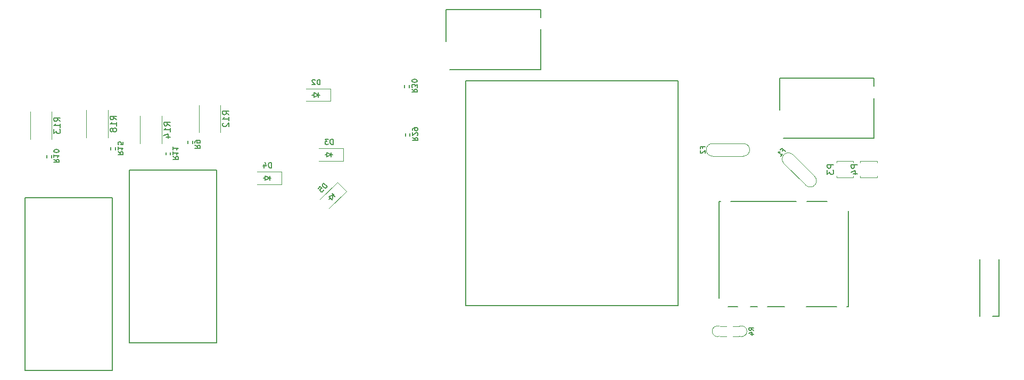
<source format=gbo>
G04 #@! TF.GenerationSoftware,KiCad,Pcbnew,7.0.9-7.0.9~ubuntu22.04.1*
G04 #@! TF.CreationDate,2023-12-28T21:10:10+00:00*
G04 #@! TF.ProjectId,uaeficopiedtovfr,75616566-6963-46f7-9069-6564746f7666,rev?*
G04 #@! TF.SameCoordinates,Original*
G04 #@! TF.FileFunction,Legend,Bot*
G04 #@! TF.FilePolarity,Positive*
%FSLAX46Y46*%
G04 Gerber Fmt 4.6, Leading zero omitted, Abs format (unit mm)*
G04 Created by KiCad (PCBNEW 7.0.9-7.0.9~ubuntu22.04.1) date 2023-12-28 21:10:10*
%MOMM*%
%LPD*%
G01*
G04 APERTURE LIST*
%ADD10C,0.127000*%
%ADD11C,0.150000*%
%ADD12C,0.170000*%
%ADD13C,0.099060*%
%ADD14C,0.120000*%
%ADD15C,0.200000*%
%ADD16C,0.203200*%
G04 APERTURE END LIST*
D10*
X120045911Y15402000D02*
X119683054Y15656000D01*
X120045911Y15837429D02*
X119283911Y15837429D01*
X119283911Y15837429D02*
X119283911Y15547143D01*
X119283911Y15547143D02*
X119320197Y15474572D01*
X119320197Y15474572D02*
X119356483Y15438286D01*
X119356483Y15438286D02*
X119429054Y15402000D01*
X119429054Y15402000D02*
X119537911Y15402000D01*
X119537911Y15402000D02*
X119610483Y15438286D01*
X119610483Y15438286D02*
X119646768Y15474572D01*
X119646768Y15474572D02*
X119683054Y15547143D01*
X119683054Y15547143D02*
X119683054Y15837429D01*
X119537911Y14748857D02*
X120045911Y14748857D01*
X119247626Y14930286D02*
X119791911Y15111715D01*
X119791911Y15111715D02*
X119791911Y14640000D01*
D11*
X132754819Y41813095D02*
X131754819Y41813095D01*
X131754819Y41813095D02*
X131754819Y41432143D01*
X131754819Y41432143D02*
X131802438Y41336905D01*
X131802438Y41336905D02*
X131850057Y41289286D01*
X131850057Y41289286D02*
X131945295Y41241667D01*
X131945295Y41241667D02*
X132088152Y41241667D01*
X132088152Y41241667D02*
X132183390Y41289286D01*
X132183390Y41289286D02*
X132231009Y41336905D01*
X132231009Y41336905D02*
X132278628Y41432143D01*
X132278628Y41432143D02*
X132278628Y41813095D01*
X131754819Y40908333D02*
X131754819Y40289286D01*
X131754819Y40289286D02*
X132135771Y40622619D01*
X132135771Y40622619D02*
X132135771Y40479762D01*
X132135771Y40479762D02*
X132183390Y40384524D01*
X132183390Y40384524D02*
X132231009Y40336905D01*
X132231009Y40336905D02*
X132326247Y40289286D01*
X132326247Y40289286D02*
X132564342Y40289286D01*
X132564342Y40289286D02*
X132659580Y40336905D01*
X132659580Y40336905D02*
X132707200Y40384524D01*
X132707200Y40384524D02*
X132754819Y40479762D01*
X132754819Y40479762D02*
X132754819Y40765476D01*
X132754819Y40765476D02*
X132707200Y40860714D01*
X132707200Y40860714D02*
X132659580Y40908333D01*
X136534819Y41813095D02*
X135534819Y41813095D01*
X135534819Y41813095D02*
X135534819Y41432143D01*
X135534819Y41432143D02*
X135582438Y41336905D01*
X135582438Y41336905D02*
X135630057Y41289286D01*
X135630057Y41289286D02*
X135725295Y41241667D01*
X135725295Y41241667D02*
X135868152Y41241667D01*
X135868152Y41241667D02*
X135963390Y41289286D01*
X135963390Y41289286D02*
X136011009Y41336905D01*
X136011009Y41336905D02*
X136058628Y41432143D01*
X136058628Y41432143D02*
X136058628Y41813095D01*
X135868152Y40384524D02*
X136534819Y40384524D01*
X135487200Y40622619D02*
X136201485Y40860714D01*
X136201485Y40860714D02*
X136201485Y40241667D01*
D10*
X111896768Y44429000D02*
X111896768Y44683000D01*
X112295911Y44683000D02*
X111533911Y44683000D01*
X111533911Y44683000D02*
X111533911Y44320143D01*
X111606483Y44066143D02*
X111570197Y44029857D01*
X111570197Y44029857D02*
X111533911Y43957285D01*
X111533911Y43957285D02*
X111533911Y43775857D01*
X111533911Y43775857D02*
X111570197Y43703285D01*
X111570197Y43703285D02*
X111606483Y43667000D01*
X111606483Y43667000D02*
X111679054Y43630714D01*
X111679054Y43630714D02*
X111751626Y43630714D01*
X111751626Y43630714D02*
X111860483Y43667000D01*
X111860483Y43667000D02*
X112295911Y44102428D01*
X112295911Y44102428D02*
X112295911Y43630714D01*
X124613537Y44020672D02*
X124793142Y44200277D01*
X125075379Y43918041D02*
X124536563Y44456856D01*
X124536563Y44456856D02*
X124279985Y44200277D01*
X124331300Y43173962D02*
X124639195Y43481857D01*
X124485248Y43327910D02*
X123946432Y43866725D01*
X123946432Y43866725D02*
X124074722Y43841067D01*
X124074722Y43841067D02*
X124177353Y43841067D01*
X124177353Y43841067D02*
X124254327Y43866725D01*
D11*
X27224819Y48017858D02*
X26748628Y48351191D01*
X27224819Y48589286D02*
X26224819Y48589286D01*
X26224819Y48589286D02*
X26224819Y48208334D01*
X26224819Y48208334D02*
X26272438Y48113096D01*
X26272438Y48113096D02*
X26320057Y48065477D01*
X26320057Y48065477D02*
X26415295Y48017858D01*
X26415295Y48017858D02*
X26558152Y48017858D01*
X26558152Y48017858D02*
X26653390Y48065477D01*
X26653390Y48065477D02*
X26701009Y48113096D01*
X26701009Y48113096D02*
X26748628Y48208334D01*
X26748628Y48208334D02*
X26748628Y48589286D01*
X27224819Y47065477D02*
X27224819Y47636905D01*
X27224819Y47351191D02*
X26224819Y47351191D01*
X26224819Y47351191D02*
X26367676Y47446429D01*
X26367676Y47446429D02*
X26462914Y47541667D01*
X26462914Y47541667D02*
X26510533Y47636905D01*
X26558152Y46208334D02*
X27224819Y46208334D01*
X26177200Y46446429D02*
X26891485Y46684524D01*
X26891485Y46684524D02*
X26891485Y46065477D01*
X36574819Y49767858D02*
X36098628Y50101191D01*
X36574819Y50339286D02*
X35574819Y50339286D01*
X35574819Y50339286D02*
X35574819Y49958334D01*
X35574819Y49958334D02*
X35622438Y49863096D01*
X35622438Y49863096D02*
X35670057Y49815477D01*
X35670057Y49815477D02*
X35765295Y49767858D01*
X35765295Y49767858D02*
X35908152Y49767858D01*
X35908152Y49767858D02*
X36003390Y49815477D01*
X36003390Y49815477D02*
X36051009Y49863096D01*
X36051009Y49863096D02*
X36098628Y49958334D01*
X36098628Y49958334D02*
X36098628Y50339286D01*
X36574819Y48815477D02*
X36574819Y49386905D01*
X36574819Y49101191D02*
X35574819Y49101191D01*
X35574819Y49101191D02*
X35717676Y49196429D01*
X35717676Y49196429D02*
X35812914Y49291667D01*
X35812914Y49291667D02*
X35860533Y49386905D01*
X35670057Y48434524D02*
X35622438Y48386905D01*
X35622438Y48386905D02*
X35574819Y48291667D01*
X35574819Y48291667D02*
X35574819Y48053572D01*
X35574819Y48053572D02*
X35622438Y47958334D01*
X35622438Y47958334D02*
X35670057Y47910715D01*
X35670057Y47910715D02*
X35765295Y47863096D01*
X35765295Y47863096D02*
X35860533Y47863096D01*
X35860533Y47863096D02*
X36003390Y47910715D01*
X36003390Y47910715D02*
X36574819Y48482143D01*
X36574819Y48482143D02*
X36574819Y47863096D01*
D12*
X18913014Y43890093D02*
X19303490Y43616760D01*
X18913014Y43421522D02*
X19733014Y43421522D01*
X19733014Y43421522D02*
X19733014Y43733903D01*
X19733014Y43733903D02*
X19693966Y43811998D01*
X19693966Y43811998D02*
X19654919Y43851045D01*
X19654919Y43851045D02*
X19576823Y43890093D01*
X19576823Y43890093D02*
X19459681Y43890093D01*
X19459681Y43890093D02*
X19381585Y43851045D01*
X19381585Y43851045D02*
X19342538Y43811998D01*
X19342538Y43811998D02*
X19303490Y43733903D01*
X19303490Y43733903D02*
X19303490Y43421522D01*
X18913014Y44671045D02*
X18913014Y44202474D01*
X18913014Y44436760D02*
X19733014Y44436760D01*
X19733014Y44436760D02*
X19615871Y44358664D01*
X19615871Y44358664D02*
X19537776Y44280569D01*
X19537776Y44280569D02*
X19498728Y44202474D01*
X19733014Y45412950D02*
X19733014Y45022474D01*
X19733014Y45022474D02*
X19342538Y44983426D01*
X19342538Y44983426D02*
X19381585Y45022474D01*
X19381585Y45022474D02*
X19420633Y45100569D01*
X19420633Y45100569D02*
X19420633Y45295807D01*
X19420633Y45295807D02*
X19381585Y45373902D01*
X19381585Y45373902D02*
X19342538Y45412950D01*
X19342538Y45412950D02*
X19264442Y45451997D01*
X19264442Y45451997D02*
X19069204Y45451997D01*
X19069204Y45451997D02*
X18991109Y45412950D01*
X18991109Y45412950D02*
X18952062Y45373902D01*
X18952062Y45373902D02*
X18913014Y45295807D01*
X18913014Y45295807D02*
X18913014Y45100569D01*
X18913014Y45100569D02*
X18952062Y45022474D01*
X18952062Y45022474D02*
X18991109Y44983426D01*
X51050237Y54554492D02*
X51050237Y55374492D01*
X51050237Y55374492D02*
X50854999Y55374492D01*
X50854999Y55374492D02*
X50737856Y55335444D01*
X50737856Y55335444D02*
X50659761Y55257349D01*
X50659761Y55257349D02*
X50620714Y55179254D01*
X50620714Y55179254D02*
X50581666Y55023063D01*
X50581666Y55023063D02*
X50581666Y54905920D01*
X50581666Y54905920D02*
X50620714Y54749730D01*
X50620714Y54749730D02*
X50659761Y54671635D01*
X50659761Y54671635D02*
X50737856Y54593539D01*
X50737856Y54593539D02*
X50854999Y54554492D01*
X50854999Y54554492D02*
X51050237Y54554492D01*
X50269285Y55296397D02*
X50230237Y55335444D01*
X50230237Y55335444D02*
X50152142Y55374492D01*
X50152142Y55374492D02*
X49956904Y55374492D01*
X49956904Y55374492D02*
X49878809Y55335444D01*
X49878809Y55335444D02*
X49839761Y55296397D01*
X49839761Y55296397D02*
X49800714Y55218301D01*
X49800714Y55218301D02*
X49800714Y55140206D01*
X49800714Y55140206D02*
X49839761Y55023063D01*
X49839761Y55023063D02*
X50308333Y54554492D01*
X50308333Y54554492D02*
X49800714Y54554492D01*
X52213610Y38293061D02*
X51633783Y38872889D01*
X51633783Y38872889D02*
X51495729Y38734835D01*
X51495729Y38734835D02*
X51440507Y38624391D01*
X51440507Y38624391D02*
X51440507Y38513948D01*
X51440507Y38513948D02*
X51468118Y38431115D01*
X51468118Y38431115D02*
X51550950Y38293061D01*
X51550950Y38293061D02*
X51633783Y38210229D01*
X51633783Y38210229D02*
X51771837Y38127396D01*
X51771837Y38127396D02*
X51854670Y38099785D01*
X51854670Y38099785D02*
X51965113Y38099785D01*
X51965113Y38099785D02*
X52075556Y38155007D01*
X52075556Y38155007D02*
X52213610Y38293061D01*
X50777847Y38016953D02*
X51053955Y38293061D01*
X51053955Y38293061D02*
X51357675Y38044564D01*
X51357675Y38044564D02*
X51302453Y38044564D01*
X51302453Y38044564D02*
X51219620Y38016953D01*
X51219620Y38016953D02*
X51081566Y37878899D01*
X51081566Y37878899D02*
X51053955Y37796066D01*
X51053955Y37796066D02*
X51053955Y37740844D01*
X51053955Y37740844D02*
X51081566Y37658012D01*
X51081566Y37658012D02*
X51219620Y37519958D01*
X51219620Y37519958D02*
X51302453Y37492347D01*
X51302453Y37492347D02*
X51357675Y37492347D01*
X51357675Y37492347D02*
X51440507Y37519958D01*
X51440507Y37519958D02*
X51578561Y37658012D01*
X51578561Y37658012D02*
X51606172Y37740844D01*
X51606172Y37740844D02*
X51606172Y37796066D01*
X65663014Y53840093D02*
X66053490Y53566760D01*
X65663014Y53371522D02*
X66483014Y53371522D01*
X66483014Y53371522D02*
X66483014Y53683903D01*
X66483014Y53683903D02*
X66443966Y53761998D01*
X66443966Y53761998D02*
X66404919Y53801045D01*
X66404919Y53801045D02*
X66326823Y53840093D01*
X66326823Y53840093D02*
X66209681Y53840093D01*
X66209681Y53840093D02*
X66131585Y53801045D01*
X66131585Y53801045D02*
X66092538Y53761998D01*
X66092538Y53761998D02*
X66053490Y53683903D01*
X66053490Y53683903D02*
X66053490Y53371522D01*
X66483014Y54113426D02*
X66483014Y54621045D01*
X66483014Y54621045D02*
X66170633Y54347712D01*
X66170633Y54347712D02*
X66170633Y54464855D01*
X66170633Y54464855D02*
X66131585Y54542950D01*
X66131585Y54542950D02*
X66092538Y54581998D01*
X66092538Y54581998D02*
X66014442Y54621045D01*
X66014442Y54621045D02*
X65819204Y54621045D01*
X65819204Y54621045D02*
X65741109Y54581998D01*
X65741109Y54581998D02*
X65702062Y54542950D01*
X65702062Y54542950D02*
X65663014Y54464855D01*
X65663014Y54464855D02*
X65663014Y54230569D01*
X65663014Y54230569D02*
X65702062Y54152474D01*
X65702062Y54152474D02*
X65741109Y54113426D01*
X66483014Y55128664D02*
X66483014Y55206759D01*
X66483014Y55206759D02*
X66443966Y55284855D01*
X66443966Y55284855D02*
X66404919Y55323902D01*
X66404919Y55323902D02*
X66326823Y55362950D01*
X66326823Y55362950D02*
X66170633Y55401997D01*
X66170633Y55401997D02*
X65975395Y55401997D01*
X65975395Y55401997D02*
X65819204Y55362950D01*
X65819204Y55362950D02*
X65741109Y55323902D01*
X65741109Y55323902D02*
X65702062Y55284855D01*
X65702062Y55284855D02*
X65663014Y55206759D01*
X65663014Y55206759D02*
X65663014Y55128664D01*
X65663014Y55128664D02*
X65702062Y55050569D01*
X65702062Y55050569D02*
X65741109Y55011521D01*
X65741109Y55011521D02*
X65819204Y54972474D01*
X65819204Y54972474D02*
X65975395Y54933426D01*
X65975395Y54933426D02*
X66170633Y54933426D01*
X66170633Y54933426D02*
X66326823Y54972474D01*
X66326823Y54972474D02*
X66404919Y55011521D01*
X66404919Y55011521D02*
X66443966Y55050569D01*
X66443966Y55050569D02*
X66483014Y55128664D01*
X31163014Y44915093D02*
X31553490Y44641760D01*
X31163014Y44446522D02*
X31983014Y44446522D01*
X31983014Y44446522D02*
X31983014Y44758903D01*
X31983014Y44758903D02*
X31943966Y44836998D01*
X31943966Y44836998D02*
X31904919Y44876045D01*
X31904919Y44876045D02*
X31826823Y44915093D01*
X31826823Y44915093D02*
X31709681Y44915093D01*
X31709681Y44915093D02*
X31631585Y44876045D01*
X31631585Y44876045D02*
X31592538Y44836998D01*
X31592538Y44836998D02*
X31553490Y44758903D01*
X31553490Y44758903D02*
X31553490Y44446522D01*
X31163014Y45305569D02*
X31163014Y45461760D01*
X31163014Y45461760D02*
X31202062Y45539855D01*
X31202062Y45539855D02*
X31241109Y45578903D01*
X31241109Y45578903D02*
X31358252Y45656998D01*
X31358252Y45656998D02*
X31514442Y45696045D01*
X31514442Y45696045D02*
X31826823Y45696045D01*
X31826823Y45696045D02*
X31904919Y45656998D01*
X31904919Y45656998D02*
X31943966Y45617950D01*
X31943966Y45617950D02*
X31983014Y45539855D01*
X31983014Y45539855D02*
X31983014Y45383664D01*
X31983014Y45383664D02*
X31943966Y45305569D01*
X31943966Y45305569D02*
X31904919Y45266522D01*
X31904919Y45266522D02*
X31826823Y45227474D01*
X31826823Y45227474D02*
X31631585Y45227474D01*
X31631585Y45227474D02*
X31553490Y45266522D01*
X31553490Y45266522D02*
X31514442Y45305569D01*
X31514442Y45305569D02*
X31475395Y45383664D01*
X31475395Y45383664D02*
X31475395Y45539855D01*
X31475395Y45539855D02*
X31514442Y45617950D01*
X31514442Y45617950D02*
X31553490Y45656998D01*
X31553490Y45656998D02*
X31631585Y45696045D01*
D11*
X18674819Y48967858D02*
X18198628Y49301191D01*
X18674819Y49539286D02*
X17674819Y49539286D01*
X17674819Y49539286D02*
X17674819Y49158334D01*
X17674819Y49158334D02*
X17722438Y49063096D01*
X17722438Y49063096D02*
X17770057Y49015477D01*
X17770057Y49015477D02*
X17865295Y48967858D01*
X17865295Y48967858D02*
X18008152Y48967858D01*
X18008152Y48967858D02*
X18103390Y49015477D01*
X18103390Y49015477D02*
X18151009Y49063096D01*
X18151009Y49063096D02*
X18198628Y49158334D01*
X18198628Y49158334D02*
X18198628Y49539286D01*
X18674819Y48015477D02*
X18674819Y48586905D01*
X18674819Y48301191D02*
X17674819Y48301191D01*
X17674819Y48301191D02*
X17817676Y48396429D01*
X17817676Y48396429D02*
X17912914Y48491667D01*
X17912914Y48491667D02*
X17960533Y48586905D01*
X18103390Y47444048D02*
X18055771Y47539286D01*
X18055771Y47539286D02*
X18008152Y47586905D01*
X18008152Y47586905D02*
X17912914Y47634524D01*
X17912914Y47634524D02*
X17865295Y47634524D01*
X17865295Y47634524D02*
X17770057Y47586905D01*
X17770057Y47586905D02*
X17722438Y47539286D01*
X17722438Y47539286D02*
X17674819Y47444048D01*
X17674819Y47444048D02*
X17674819Y47253572D01*
X17674819Y47253572D02*
X17722438Y47158334D01*
X17722438Y47158334D02*
X17770057Y47110715D01*
X17770057Y47110715D02*
X17865295Y47063096D01*
X17865295Y47063096D02*
X17912914Y47063096D01*
X17912914Y47063096D02*
X18008152Y47110715D01*
X18008152Y47110715D02*
X18055771Y47158334D01*
X18055771Y47158334D02*
X18103390Y47253572D01*
X18103390Y47253572D02*
X18103390Y47444048D01*
X18103390Y47444048D02*
X18151009Y47539286D01*
X18151009Y47539286D02*
X18198628Y47586905D01*
X18198628Y47586905D02*
X18293866Y47634524D01*
X18293866Y47634524D02*
X18484342Y47634524D01*
X18484342Y47634524D02*
X18579580Y47586905D01*
X18579580Y47586905D02*
X18627200Y47539286D01*
X18627200Y47539286D02*
X18674819Y47444048D01*
X18674819Y47444048D02*
X18674819Y47253572D01*
X18674819Y47253572D02*
X18627200Y47158334D01*
X18627200Y47158334D02*
X18579580Y47110715D01*
X18579580Y47110715D02*
X18484342Y47063096D01*
X18484342Y47063096D02*
X18293866Y47063096D01*
X18293866Y47063096D02*
X18198628Y47110715D01*
X18198628Y47110715D02*
X18151009Y47158334D01*
X18151009Y47158334D02*
X18103390Y47253572D01*
D12*
X65763014Y46140093D02*
X66153490Y45866760D01*
X65763014Y45671522D02*
X66583014Y45671522D01*
X66583014Y45671522D02*
X66583014Y45983903D01*
X66583014Y45983903D02*
X66543966Y46061998D01*
X66543966Y46061998D02*
X66504919Y46101045D01*
X66504919Y46101045D02*
X66426823Y46140093D01*
X66426823Y46140093D02*
X66309681Y46140093D01*
X66309681Y46140093D02*
X66231585Y46101045D01*
X66231585Y46101045D02*
X66192538Y46061998D01*
X66192538Y46061998D02*
X66153490Y45983903D01*
X66153490Y45983903D02*
X66153490Y45671522D01*
X66504919Y46452474D02*
X66543966Y46491522D01*
X66543966Y46491522D02*
X66583014Y46569617D01*
X66583014Y46569617D02*
X66583014Y46764855D01*
X66583014Y46764855D02*
X66543966Y46842950D01*
X66543966Y46842950D02*
X66504919Y46881998D01*
X66504919Y46881998D02*
X66426823Y46921045D01*
X66426823Y46921045D02*
X66348728Y46921045D01*
X66348728Y46921045D02*
X66231585Y46881998D01*
X66231585Y46881998D02*
X65763014Y46413426D01*
X65763014Y46413426D02*
X65763014Y46921045D01*
X65763014Y47311521D02*
X65763014Y47467712D01*
X65763014Y47467712D02*
X65802062Y47545807D01*
X65802062Y47545807D02*
X65841109Y47584855D01*
X65841109Y47584855D02*
X65958252Y47662950D01*
X65958252Y47662950D02*
X66114442Y47701997D01*
X66114442Y47701997D02*
X66426823Y47701997D01*
X66426823Y47701997D02*
X66504919Y47662950D01*
X66504919Y47662950D02*
X66543966Y47623902D01*
X66543966Y47623902D02*
X66583014Y47545807D01*
X66583014Y47545807D02*
X66583014Y47389616D01*
X66583014Y47389616D02*
X66543966Y47311521D01*
X66543966Y47311521D02*
X66504919Y47272474D01*
X66504919Y47272474D02*
X66426823Y47233426D01*
X66426823Y47233426D02*
X66231585Y47233426D01*
X66231585Y47233426D02*
X66153490Y47272474D01*
X66153490Y47272474D02*
X66114442Y47311521D01*
X66114442Y47311521D02*
X66075395Y47389616D01*
X66075395Y47389616D02*
X66075395Y47545807D01*
X66075395Y47545807D02*
X66114442Y47623902D01*
X66114442Y47623902D02*
X66153490Y47662950D01*
X66153490Y47662950D02*
X66231585Y47701997D01*
X53105237Y45054492D02*
X53105237Y45874492D01*
X53105237Y45874492D02*
X52909999Y45874492D01*
X52909999Y45874492D02*
X52792856Y45835444D01*
X52792856Y45835444D02*
X52714761Y45757349D01*
X52714761Y45757349D02*
X52675714Y45679254D01*
X52675714Y45679254D02*
X52636666Y45523063D01*
X52636666Y45523063D02*
X52636666Y45405920D01*
X52636666Y45405920D02*
X52675714Y45249730D01*
X52675714Y45249730D02*
X52714761Y45171635D01*
X52714761Y45171635D02*
X52792856Y45093539D01*
X52792856Y45093539D02*
X52909999Y45054492D01*
X52909999Y45054492D02*
X53105237Y45054492D01*
X52363333Y45874492D02*
X51855714Y45874492D01*
X51855714Y45874492D02*
X52129047Y45562111D01*
X52129047Y45562111D02*
X52011904Y45562111D01*
X52011904Y45562111D02*
X51933809Y45523063D01*
X51933809Y45523063D02*
X51894761Y45484016D01*
X51894761Y45484016D02*
X51855714Y45405920D01*
X51855714Y45405920D02*
X51855714Y45210682D01*
X51855714Y45210682D02*
X51894761Y45132587D01*
X51894761Y45132587D02*
X51933809Y45093539D01*
X51933809Y45093539D02*
X52011904Y45054492D01*
X52011904Y45054492D02*
X52246190Y45054492D01*
X52246190Y45054492D02*
X52324285Y45093539D01*
X52324285Y45093539D02*
X52363333Y45132587D01*
X43300237Y41329492D02*
X43300237Y42149492D01*
X43300237Y42149492D02*
X43104999Y42149492D01*
X43104999Y42149492D02*
X42987856Y42110444D01*
X42987856Y42110444D02*
X42909761Y42032349D01*
X42909761Y42032349D02*
X42870714Y41954254D01*
X42870714Y41954254D02*
X42831666Y41798063D01*
X42831666Y41798063D02*
X42831666Y41680920D01*
X42831666Y41680920D02*
X42870714Y41524730D01*
X42870714Y41524730D02*
X42909761Y41446635D01*
X42909761Y41446635D02*
X42987856Y41368539D01*
X42987856Y41368539D02*
X43104999Y41329492D01*
X43104999Y41329492D02*
X43300237Y41329492D01*
X42128809Y41876159D02*
X42128809Y41329492D01*
X42324047Y42188539D02*
X42519285Y41602825D01*
X42519285Y41602825D02*
X42011666Y41602825D01*
X8713014Y42665093D02*
X9103490Y42391760D01*
X8713014Y42196522D02*
X9533014Y42196522D01*
X9533014Y42196522D02*
X9533014Y42508903D01*
X9533014Y42508903D02*
X9493966Y42586998D01*
X9493966Y42586998D02*
X9454919Y42626045D01*
X9454919Y42626045D02*
X9376823Y42665093D01*
X9376823Y42665093D02*
X9259681Y42665093D01*
X9259681Y42665093D02*
X9181585Y42626045D01*
X9181585Y42626045D02*
X9142538Y42586998D01*
X9142538Y42586998D02*
X9103490Y42508903D01*
X9103490Y42508903D02*
X9103490Y42196522D01*
X8713014Y43446045D02*
X8713014Y42977474D01*
X8713014Y43211760D02*
X9533014Y43211760D01*
X9533014Y43211760D02*
X9415871Y43133664D01*
X9415871Y43133664D02*
X9337776Y43055569D01*
X9337776Y43055569D02*
X9298728Y42977474D01*
X9533014Y43953664D02*
X9533014Y44031759D01*
X9533014Y44031759D02*
X9493966Y44109855D01*
X9493966Y44109855D02*
X9454919Y44148902D01*
X9454919Y44148902D02*
X9376823Y44187950D01*
X9376823Y44187950D02*
X9220633Y44226997D01*
X9220633Y44226997D02*
X9025395Y44226997D01*
X9025395Y44226997D02*
X8869204Y44187950D01*
X8869204Y44187950D02*
X8791109Y44148902D01*
X8791109Y44148902D02*
X8752062Y44109855D01*
X8752062Y44109855D02*
X8713014Y44031759D01*
X8713014Y44031759D02*
X8713014Y43953664D01*
X8713014Y43953664D02*
X8752062Y43875569D01*
X8752062Y43875569D02*
X8791109Y43836521D01*
X8791109Y43836521D02*
X8869204Y43797474D01*
X8869204Y43797474D02*
X9025395Y43758426D01*
X9025395Y43758426D02*
X9220633Y43758426D01*
X9220633Y43758426D02*
X9376823Y43797474D01*
X9376823Y43797474D02*
X9454919Y43836521D01*
X9454919Y43836521D02*
X9493966Y43875569D01*
X9493966Y43875569D02*
X9533014Y43953664D01*
D11*
X9724819Y48717858D02*
X9248628Y49051191D01*
X9724819Y49289286D02*
X8724819Y49289286D01*
X8724819Y49289286D02*
X8724819Y48908334D01*
X8724819Y48908334D02*
X8772438Y48813096D01*
X8772438Y48813096D02*
X8820057Y48765477D01*
X8820057Y48765477D02*
X8915295Y48717858D01*
X8915295Y48717858D02*
X9058152Y48717858D01*
X9058152Y48717858D02*
X9153390Y48765477D01*
X9153390Y48765477D02*
X9201009Y48813096D01*
X9201009Y48813096D02*
X9248628Y48908334D01*
X9248628Y48908334D02*
X9248628Y49289286D01*
X9724819Y47765477D02*
X9724819Y48336905D01*
X9724819Y48051191D02*
X8724819Y48051191D01*
X8724819Y48051191D02*
X8867676Y48146429D01*
X8867676Y48146429D02*
X8962914Y48241667D01*
X8962914Y48241667D02*
X9010533Y48336905D01*
X8724819Y47432143D02*
X8724819Y46813096D01*
X8724819Y46813096D02*
X9105771Y47146429D01*
X9105771Y47146429D02*
X9105771Y47003572D01*
X9105771Y47003572D02*
X9153390Y46908334D01*
X9153390Y46908334D02*
X9201009Y46860715D01*
X9201009Y46860715D02*
X9296247Y46813096D01*
X9296247Y46813096D02*
X9534342Y46813096D01*
X9534342Y46813096D02*
X9629580Y46860715D01*
X9629580Y46860715D02*
X9677200Y46908334D01*
X9677200Y46908334D02*
X9724819Y47003572D01*
X9724819Y47003572D02*
X9724819Y47289286D01*
X9724819Y47289286D02*
X9677200Y47384524D01*
X9677200Y47384524D02*
X9629580Y47432143D01*
D12*
X27663014Y43115093D02*
X28053490Y42841760D01*
X27663014Y42646522D02*
X28483014Y42646522D01*
X28483014Y42646522D02*
X28483014Y42958903D01*
X28483014Y42958903D02*
X28443966Y43036998D01*
X28443966Y43036998D02*
X28404919Y43076045D01*
X28404919Y43076045D02*
X28326823Y43115093D01*
X28326823Y43115093D02*
X28209681Y43115093D01*
X28209681Y43115093D02*
X28131585Y43076045D01*
X28131585Y43076045D02*
X28092538Y43036998D01*
X28092538Y43036998D02*
X28053490Y42958903D01*
X28053490Y42958903D02*
X28053490Y42646522D01*
X27663014Y43896045D02*
X27663014Y43427474D01*
X27663014Y43661760D02*
X28483014Y43661760D01*
X28483014Y43661760D02*
X28365871Y43583664D01*
X28365871Y43583664D02*
X28287776Y43505569D01*
X28287776Y43505569D02*
X28248728Y43427474D01*
X27663014Y44676997D02*
X27663014Y44208426D01*
X27663014Y44442712D02*
X28483014Y44442712D01*
X28483014Y44442712D02*
X28365871Y44364616D01*
X28365871Y44364616D02*
X28287776Y44286521D01*
X28287776Y44286521D02*
X28248728Y44208426D01*
D13*
G04 #@! TO.C,R4*
X117724000Y16075000D02*
X116708000Y16075000D01*
X116708000Y14475000D02*
X117724000Y14475000D01*
X115692000Y16075000D02*
X114676000Y16075000D01*
X114676000Y14475000D02*
X115692000Y14475000D01*
D14*
X117775000Y14475001D02*
G75*
G03*
X117779000Y16076637I330000J799999D01*
G01*
X114616398Y16078494D02*
G75*
G03*
X114625000Y14475000I-321398J-803494D01*
G01*
D15*
G04 #@! TO.C,M2*
X155974999Y17650000D02*
X155974999Y26750000D01*
X159075002Y17650000D02*
X158075000Y17650000D01*
X159075002Y17650000D02*
X159075002Y26750000D01*
G04 #@! TO.C,M3*
X86125000Y56950000D02*
X86125000Y63350000D01*
X86125000Y66550000D02*
X86125000Y65250000D01*
X86125000Y66550000D02*
X71125000Y66550000D01*
X71725000Y56950000D02*
X86125000Y56950000D01*
X71125000Y66550000D02*
X71125000Y61450000D01*
G04 #@! TO.C,M7*
X18025000Y9050000D02*
X4125000Y9050000D01*
X4125000Y9050000D02*
X4125000Y36550000D01*
X4125000Y36550000D02*
X18025000Y36550000D01*
X18025000Y36550000D02*
X18025000Y9050000D01*
G04 #@! TO.C,M1*
X128524999Y35950001D02*
X131725002Y35950001D01*
X116424999Y35950001D02*
X126825001Y35950001D01*
X114524999Y35950001D02*
X114824999Y35950001D01*
X114524999Y35950001D02*
X114524999Y20550001D01*
X135124997Y34450001D02*
X135124999Y19150002D01*
X128425001Y19150004D02*
X133225001Y19150004D01*
X122224999Y19150004D02*
X124924999Y19150004D01*
X119525001Y19150004D02*
X120625004Y19150004D01*
X115974999Y19150004D02*
X117524999Y19149999D01*
X134825001Y19150002D02*
X135124999Y19150002D01*
G04 #@! TO.C,M4*
X139175000Y46000000D02*
X139175000Y52400000D01*
X139175000Y55600000D02*
X139175000Y54300000D01*
X139175000Y55600000D02*
X124175000Y55600000D01*
X124775000Y46000000D02*
X139175000Y46000000D01*
X124175000Y55600000D02*
X124175000Y50500000D01*
D14*
G04 #@! TO.C,P3*
X135880000Y39745000D02*
X133220000Y39745000D01*
X133220000Y40039462D02*
X133220000Y39745000D01*
X135880000Y40050627D02*
X135880000Y39745000D01*
X133220000Y42099373D02*
X133220000Y42405000D01*
X135880000Y42110538D02*
X135880000Y42405000D01*
X133220000Y42405000D02*
X135880000Y42405000D01*
G04 #@! TO.C,P4*
X139660000Y39745000D02*
X137000000Y39745000D01*
X137000000Y40039462D02*
X137000000Y39745000D01*
X139660000Y40050627D02*
X139660000Y39745000D01*
X137000000Y42099373D02*
X137000000Y42405000D01*
X139660000Y42110538D02*
X139660000Y42405000D01*
X137000000Y42405000D02*
X139660000Y42405000D01*
G04 #@! TO.C,F2*
X118350000Y45175000D02*
X113500000Y45175000D01*
X118350000Y43175000D02*
X113500000Y43175000D01*
X113500000Y45175000D02*
G75*
G03*
X113500000Y43175000I0J-1000000D01*
G01*
X118400000Y43175000D02*
G75*
G03*
X118400000Y45175000I0J1000000D01*
G01*
D15*
G04 #@! TO.C,M6*
X108025005Y19400015D02*
X74224995Y19400015D01*
X108025005Y55200005D02*
X108025005Y19400015D01*
X108025005Y55200005D02*
X74224995Y55200005D01*
X74224995Y55200005D02*
X74224995Y19400015D01*
D14*
G04 #@! TO.C,F1*
X129704163Y39985051D02*
X126274695Y43414518D01*
X128289949Y38570837D02*
X124860482Y42000305D01*
X126274695Y43414518D02*
G75*
G03*
X124860482Y42000305I-707107J-707106D01*
G01*
X128325305Y38535482D02*
G75*
G03*
X129739518Y39949695I707107J707106D01*
G01*
D15*
G04 #@! TO.C,M5*
X34600000Y13475000D02*
X20700000Y13475000D01*
X20700000Y13475000D02*
X20700000Y40975000D01*
X20700000Y40975000D02*
X34600000Y40975000D01*
X34600000Y40975000D02*
X34600000Y13475000D01*
D14*
G04 #@! TO.C,R14*
X22440000Y45197936D02*
X22440000Y49552064D01*
X25860000Y45197936D02*
X25860000Y49552064D01*
G04 #@! TO.C,R12*
X31790000Y46947936D02*
X31790000Y51302064D01*
X35210000Y46947936D02*
X35210000Y51302064D01*
D16*
G04 #@! TO.C,R15*
X17779160Y44148944D02*
X17779149Y44548943D01*
X18524995Y44150000D02*
X18524985Y44550000D01*
D14*
G04 #@! TO.C,D2*
X52695000Y51925000D02*
X48795000Y51925000D01*
X52695000Y53925000D02*
X52695000Y51925000D01*
X52695000Y53925000D02*
X48795000Y53925000D01*
D12*
X50995000Y52925000D02*
X50795000Y52925000D01*
X50795000Y52575000D02*
X50795000Y53275000D01*
X50795000Y52925000D02*
X50095000Y52575000D01*
X50795000Y52925000D02*
X50095000Y53275000D01*
X50095000Y52575000D02*
X50095000Y53275000D01*
X50095000Y52925000D02*
X49795000Y52925000D01*
D14*
G04 #@! TO.C,D5*
X55235965Y37596751D02*
X52478249Y34839035D01*
X53821751Y39010965D02*
X55235965Y37596751D01*
X53821751Y39010965D02*
X51064035Y36253249D01*
D12*
X53326777Y37101777D02*
X53185355Y36960355D01*
X53432843Y36712868D02*
X52937868Y37207843D01*
X53185355Y36960355D02*
X52937868Y36217893D01*
X53185355Y36960355D02*
X52442893Y36712868D01*
X52937868Y36217893D02*
X52442893Y36712868D01*
X52690381Y36465381D02*
X52478249Y36253249D01*
D16*
G04 #@! TO.C,R30*
X64529160Y54098944D02*
X64529149Y54498943D01*
X65274995Y54100000D02*
X65274985Y54500000D01*
G04 #@! TO.C,R9*
X30029160Y45173944D02*
X30029149Y45573943D01*
X30774995Y45175000D02*
X30774985Y45575000D01*
D14*
G04 #@! TO.C,R18*
X13890000Y46147936D02*
X13890000Y50502064D01*
X17310000Y46147936D02*
X17310000Y50502064D01*
D16*
G04 #@! TO.C,R29*
X64629160Y46398944D02*
X64629149Y46798943D01*
X65374995Y46400000D02*
X65374985Y46800000D01*
D14*
G04 #@! TO.C,D3*
X54750000Y42425000D02*
X50850000Y42425000D01*
X54750000Y44425000D02*
X54750000Y42425000D01*
X54750000Y44425000D02*
X50850000Y44425000D01*
D12*
X53050000Y43425000D02*
X52850000Y43425000D01*
X52850000Y43075000D02*
X52850000Y43775000D01*
X52850000Y43425000D02*
X52150000Y43075000D01*
X52850000Y43425000D02*
X52150000Y43775000D01*
X52150000Y43075000D02*
X52150000Y43775000D01*
X52150000Y43425000D02*
X51850000Y43425000D01*
D14*
G04 #@! TO.C,D4*
X44945000Y38700000D02*
X41045000Y38700000D01*
X44945000Y40700000D02*
X44945000Y38700000D01*
X44945000Y40700000D02*
X41045000Y40700000D01*
D12*
X43245000Y39700000D02*
X43045000Y39700000D01*
X43045000Y39350000D02*
X43045000Y40050000D01*
X43045000Y39700000D02*
X42345000Y39350000D01*
X43045000Y39700000D02*
X42345000Y40050000D01*
X42345000Y39350000D02*
X42345000Y40050000D01*
X42345000Y39700000D02*
X42045000Y39700000D01*
D16*
G04 #@! TO.C,R10*
X7579160Y42923944D02*
X7579149Y43323943D01*
X8324995Y42925000D02*
X8324985Y43325000D01*
D14*
G04 #@! TO.C,R13*
X4940000Y45897936D02*
X4940000Y50252064D01*
X8360000Y45897936D02*
X8360000Y50252064D01*
D16*
G04 #@! TO.C,R11*
X26529160Y43373944D02*
X26529149Y43773943D01*
X27274995Y43375000D02*
X27274985Y43775000D01*
G04 #@! TD*
M02*

</source>
